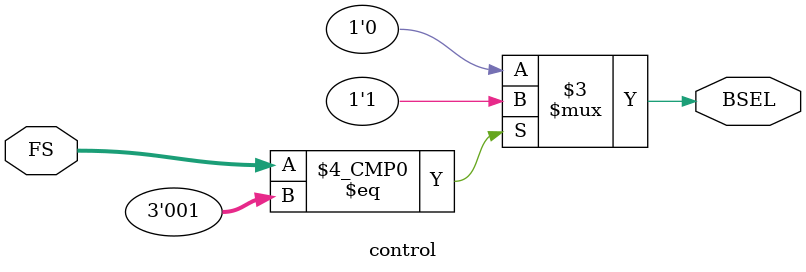
<source format=v>
module control(FS, BSEL); // add other outputs here

  // inputs
  input  [2:0]  FS;

  // constants for the function select
  // good practice that helps readablity
  // and save you from typing lots of numerical constants
  localparam FS_ADD = 3'b000;
  localparam FS_SUB = 3'b001;
  localparam FS_SRA = 3'b010;
  localparam FS_SRL = 3'b011;
  localparam FS_SLL = 3'b100;
  localparam FS_AND = 3'b101;
  localparam FS_OR  = 3'b110;

  /* ADD YOUR CODE BELOW THIS LINE */

  // outputs (add others here)
  output reg BSEL;

  // constants for outputs (you can add more)
  // good practice that helps readablity
  // and save you from typing lots of numerical constants
  localparam BSEL_B  = 1'b0;
  localparam BSEL_BN = 1'b1;

  // internal variables (you can add more)

  // implement the control logic here
  always @(*) begin
    case (FS)
      FS_ADD: begin
        BSEL = BSEL_B;
      end
      FS_SUB: begin
        BSEL = BSEL_BN;
      end
      default: begin
        BSEL = 1'b0;
      end
    endcase
  end

  /* ADD YOUR CODE ABOVE THIS LINE */

endmodule

</source>
